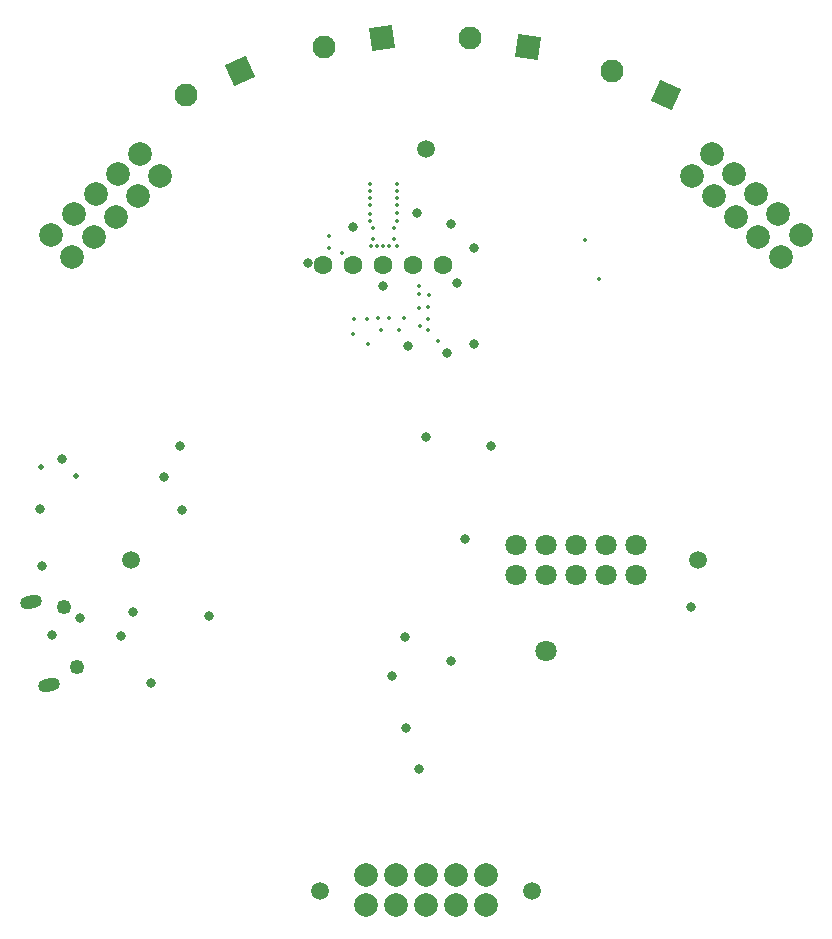
<source format=gbs>
G04 #@! TF.GenerationSoftware,KiCad,Pcbnew,7.0.1-3b83917a11~172~ubuntu22.04.1*
G04 #@! TF.CreationDate,2023-08-11T16:57:34+02:00*
G04 #@! TF.ProjectId,io_coupling_MCU_enhanced,696f5f63-6f75-4706-9c69-6e675f4d4355,rev?*
G04 #@! TF.SameCoordinates,Original*
G04 #@! TF.FileFunction,Soldermask,Bot*
G04 #@! TF.FilePolarity,Negative*
%FSLAX46Y46*%
G04 Gerber Fmt 4.6, Leading zero omitted, Abs format (unit mm)*
G04 Created by KiCad (PCBNEW 7.0.1-3b83917a11~172~ubuntu22.04.1) date 2023-08-11 16:57:34*
%MOMM*%
%LPD*%
G01*
G04 APERTURE LIST*
G04 Aperture macros list*
%AMHorizOval*
0 Thick line with rounded ends*
0 $1 width*
0 $2 $3 position (X,Y) of the first rounded end (center of the circle)*
0 $4 $5 position (X,Y) of the second rounded end (center of the circle)*
0 Add line between two ends*
20,1,$1,$2,$3,$4,$5,0*
0 Add two circle primitives to create the rounded ends*
1,1,$1,$2,$3*
1,1,$1,$4,$5*%
%AMRotRect*
0 Rectangle, with rotation*
0 The origin of the aperture is its center*
0 $1 length*
0 $2 width*
0 $3 Rotation angle, in degrees counterclockwise*
0 Add horizontal line*
21,1,$1,$2,0,0,$3*%
G04 Aperture macros list end*
%ADD10C,2.000000*%
%ADD11C,1.800000*%
%ADD12C,1.600000*%
%ADD13C,1.950000*%
%ADD14RotRect,1.950000X1.950000X188.057000*%
%ADD15C,1.500000*%
%ADD16RotRect,1.950000X1.950000X204.171000*%
%ADD17C,0.500000*%
%ADD18HorizOval,0.500000X0.000000X0.000000X0.000000X0.000000X0*%
%ADD19RotRect,1.950000X1.950000X171.943000*%
%ADD20HorizOval,1.100000X0.390988X0.084428X-0.390988X-0.084428X0*%
%ADD21C,1.250000*%
%ADD22RotRect,1.950000X1.950000X155.828000*%
%ADD23C,0.350000*%
%ADD24C,0.800000*%
G04 APERTURE END LIST*
D10*
X-5080000Y-26670000D03*
X-5080000Y-29210000D03*
D11*
X17780000Y1270000D03*
X17780000Y-1270000D03*
X15240000Y1270000D03*
X15240000Y-1270000D03*
X12700000Y1270000D03*
X12700000Y-1270000D03*
X10160000Y1270000D03*
X10160000Y-1270000D03*
X7620000Y1270000D03*
X7620000Y-1270000D03*
D10*
X-30015518Y25650396D03*
X-31719389Y27534123D03*
X-28131792Y27354266D03*
X-29835662Y29237993D03*
X-26248065Y29058137D03*
X-27951935Y30941863D03*
X-24364338Y30762007D03*
X-26068208Y32645734D03*
X-22480611Y32465877D03*
X-24184482Y34349604D03*
X31719432Y27534204D03*
X30015594Y25650447D03*
X29835675Y29238041D03*
X28131838Y27354284D03*
X27951919Y30941878D03*
X26248081Y29058122D03*
X26068162Y32645716D03*
X24364325Y30761959D03*
X24184406Y34349553D03*
X22480568Y32465796D03*
D12*
X1480000Y25000000D03*
X-1060000Y25000000D03*
X-3600000Y25000000D03*
X-6140000Y25000000D03*
X-8680000Y25000000D03*
D11*
X10200000Y-7700000D03*
D13*
X-8675323Y43449605D03*
D14*
X-3724677Y44150395D03*
D15*
X-9000000Y-28000000D03*
D13*
X-20280819Y39376347D03*
D16*
X-15719181Y41423653D03*
D17*
X-32558408Y7830779D03*
D18*
X-29641592Y7129221D03*
D15*
X23000000Y0D03*
X0Y34800000D03*
D10*
X5080000Y-26670000D03*
D15*
X9000000Y-28000000D03*
D10*
X0Y-26670000D03*
X-2540000Y-29210000D03*
D13*
X3724677Y44150395D03*
D19*
X8675323Y43449605D03*
D10*
X2540000Y-29210000D03*
D15*
X-25000000Y0D03*
D10*
X5080000Y-29210000D03*
X-2540000Y-26670000D03*
D20*
X-33450147Y-3540436D03*
D21*
X-30648779Y-3958575D03*
X-29551221Y-9041425D03*
D20*
X-31930451Y-10578229D03*
D10*
X2540000Y-26670000D03*
D22*
X20280801Y39376307D03*
D13*
X15719199Y41423693D03*
D10*
X0Y-29210000D03*
D23*
X-7106813Y25976997D03*
D24*
X-800000Y29400000D03*
X-6188000Y28212000D03*
D23*
X-2440000Y31200000D03*
X-2440000Y30600000D03*
X-2440000Y31800000D03*
X-2440000Y30000000D03*
X-4750000Y31800000D03*
X-4750000Y31200000D03*
X-4750000Y30600000D03*
X-4750000Y30000000D03*
D24*
X22400000Y-4000000D03*
D23*
X-2460000Y29350000D03*
D24*
X-30827420Y8503266D03*
X-23300000Y-10388000D03*
X-20700000Y4200000D03*
D23*
X-4500000Y28078800D03*
D24*
X-3600000Y23200000D03*
X2622103Y23477397D03*
X2125000Y28424000D03*
D23*
X-4700000Y26578800D03*
X-3600000Y26578800D03*
X-6200000Y19100000D03*
D24*
X-29300000Y-4900000D03*
D23*
X-2450000Y26578800D03*
D24*
X-20800000Y9649500D03*
D23*
X-2450000Y28678800D03*
X-2700000Y27178800D03*
D24*
X-22200000Y7000000D03*
D23*
X-2700000Y28078800D03*
X-4750000Y29300000D03*
D24*
X-600000Y-17750000D03*
X-18350000Y-4753000D03*
X-1505853Y18123565D03*
X2100000Y-8600000D03*
D23*
X-4750000Y28678800D03*
X-4500000Y27178800D03*
D24*
X-1700000Y-14215000D03*
D23*
X-4150000Y26580000D03*
X-3100000Y26578800D03*
D24*
X3300000Y1800000D03*
X5500000Y9600000D03*
X-24500Y10397655D03*
X-2872523Y-9827477D03*
X-25800000Y-6488498D03*
X-1800000Y-6500000D03*
X4100000Y18244365D03*
X-32500000Y-500000D03*
X4100000Y26400000D03*
X-32700000Y4300000D03*
X-10000000Y25100000D03*
X-31700000Y-6400000D03*
X-24800000Y-4400000D03*
D23*
X-8200000Y27423502D03*
X-4875498Y18273502D03*
X-8200000Y26423502D03*
X-5000000Y20400000D03*
X252448Y22423502D03*
X-3782130Y19424926D03*
X200000Y21423502D03*
X-4100000Y20500000D03*
X-1900000Y20500000D03*
X-2316735Y19424874D03*
X200000Y20423502D03*
X-3100000Y20500000D03*
X13437500Y27087500D03*
X14650000Y23750000D03*
X-6100000Y20400000D03*
X-600000Y21300000D03*
X-600000Y22500000D03*
X-600000Y23200000D03*
X200000Y19423502D03*
X1000000Y18500000D03*
D24*
X1800000Y17500000D03*
D23*
X-512251Y19787749D03*
M02*

</source>
